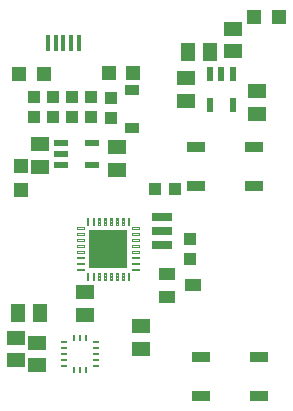
<source format=gtp>
G75*
%MOIN*%
%OFA0B0*%
%FSLAX25Y25*%
%IPPOS*%
%LPD*%
%AMOC8*
5,1,8,0,0,1.08239X$1,22.5*
%
%ADD10R,0.03937X0.04331*%
%ADD11R,0.04724X0.02165*%
%ADD12R,0.05906X0.05118*%
%ADD13R,0.04724X0.04724*%
%ADD14R,0.04803X0.03583*%
%ADD15C,0.00492*%
%ADD16R,0.12598X0.12598*%
%ADD17R,0.06693X0.02756*%
%ADD18R,0.05118X0.04724*%
%ADD19R,0.02165X0.04724*%
%ADD20R,0.05118X0.05906*%
%ADD21R,0.01969X0.00984*%
%ADD22R,0.00984X0.01969*%
%ADD23R,0.05906X0.03543*%
%ADD24R,0.04331X0.03937*%
%ADD25R,0.05512X0.03937*%
%ADD26R,0.01575X0.05512*%
D10*
X0084102Y0073150D03*
X0084102Y0079843D03*
X0057827Y0120205D03*
X0051307Y0120288D03*
X0045020Y0120288D03*
X0038732Y0120288D03*
X0032319Y0120500D03*
X0032319Y0127193D03*
X0038732Y0126980D03*
X0045020Y0126980D03*
X0051307Y0126980D03*
X0057827Y0126898D03*
D11*
X0051425Y0111874D03*
X0041189Y0111874D03*
X0041189Y0108134D03*
X0041189Y0104394D03*
X0051425Y0104394D03*
D12*
X0059782Y0102819D03*
X0059782Y0110299D03*
X0034307Y0111374D03*
X0034307Y0103894D03*
X0082921Y0125906D03*
X0082921Y0133386D03*
X0098669Y0142441D03*
X0098669Y0149921D03*
X0106543Y0129055D03*
X0106543Y0121575D03*
X0049417Y0061973D03*
X0049417Y0054492D03*
X0068000Y0050662D03*
X0068000Y0043181D03*
X0033290Y0045210D03*
X0026203Y0046822D03*
X0026203Y0039342D03*
X0033290Y0037729D03*
D13*
X0035547Y0134878D03*
X0027280Y0134878D03*
X0057094Y0135187D03*
X0065362Y0135187D03*
X0105609Y0153879D03*
X0113877Y0153879D03*
D14*
X0064803Y0129506D03*
X0064803Y0116612D03*
D15*
X0064073Y0086868D02*
X0063581Y0086868D01*
X0064073Y0086868D02*
X0064073Y0084604D01*
X0063581Y0084604D01*
X0063581Y0086868D01*
X0063581Y0085095D02*
X0064073Y0085095D01*
X0064073Y0085586D02*
X0063581Y0085586D01*
X0063581Y0086077D02*
X0064073Y0086077D01*
X0064073Y0086568D02*
X0063581Y0086568D01*
X0062104Y0086868D02*
X0061612Y0086868D01*
X0062104Y0086868D02*
X0062104Y0084604D01*
X0061612Y0084604D01*
X0061612Y0086868D01*
X0061612Y0085095D02*
X0062104Y0085095D01*
X0062104Y0085586D02*
X0061612Y0085586D01*
X0061612Y0086077D02*
X0062104Y0086077D01*
X0062104Y0086568D02*
X0061612Y0086568D01*
X0060136Y0086868D02*
X0059644Y0086868D01*
X0060136Y0086868D02*
X0060136Y0084604D01*
X0059644Y0084604D01*
X0059644Y0086868D01*
X0059644Y0085095D02*
X0060136Y0085095D01*
X0060136Y0085586D02*
X0059644Y0085586D01*
X0059644Y0086077D02*
X0060136Y0086077D01*
X0060136Y0086568D02*
X0059644Y0086568D01*
X0058167Y0086868D02*
X0057675Y0086868D01*
X0058167Y0086868D02*
X0058167Y0084604D01*
X0057675Y0084604D01*
X0057675Y0086868D01*
X0057675Y0085095D02*
X0058167Y0085095D01*
X0058167Y0085586D02*
X0057675Y0085586D01*
X0057675Y0086077D02*
X0058167Y0086077D01*
X0058167Y0086568D02*
X0057675Y0086568D01*
X0056199Y0086868D02*
X0055707Y0086868D01*
X0056199Y0086868D02*
X0056199Y0084604D01*
X0055707Y0084604D01*
X0055707Y0086868D01*
X0055707Y0085095D02*
X0056199Y0085095D01*
X0056199Y0085586D02*
X0055707Y0085586D01*
X0055707Y0086077D02*
X0056199Y0086077D01*
X0056199Y0086568D02*
X0055707Y0086568D01*
X0054230Y0086868D02*
X0053738Y0086868D01*
X0054230Y0086868D02*
X0054230Y0084604D01*
X0053738Y0084604D01*
X0053738Y0086868D01*
X0053738Y0085095D02*
X0054230Y0085095D01*
X0054230Y0085586D02*
X0053738Y0085586D01*
X0053738Y0086077D02*
X0054230Y0086077D01*
X0054230Y0086568D02*
X0053738Y0086568D01*
X0052262Y0086868D02*
X0051770Y0086868D01*
X0052262Y0086868D02*
X0052262Y0084604D01*
X0051770Y0084604D01*
X0051770Y0086868D01*
X0051770Y0085095D02*
X0052262Y0085095D01*
X0052262Y0085586D02*
X0051770Y0085586D01*
X0051770Y0086077D02*
X0052262Y0086077D01*
X0052262Y0086568D02*
X0051770Y0086568D01*
X0050293Y0086868D02*
X0049801Y0086868D01*
X0050293Y0086868D02*
X0050293Y0084604D01*
X0049801Y0084604D01*
X0049801Y0086868D01*
X0049801Y0085095D02*
X0050293Y0085095D01*
X0050293Y0085586D02*
X0049801Y0085586D01*
X0049801Y0086077D02*
X0050293Y0086077D01*
X0050293Y0086568D02*
X0049801Y0086568D01*
X0048817Y0083620D02*
X0046553Y0083620D01*
X0048817Y0083620D02*
X0048817Y0083128D01*
X0046553Y0083128D01*
X0046553Y0083620D01*
X0046553Y0083619D02*
X0048817Y0083619D01*
X0048817Y0081652D02*
X0046553Y0081652D01*
X0048817Y0081652D02*
X0048817Y0081160D01*
X0046553Y0081160D01*
X0046553Y0081652D01*
X0046553Y0081651D02*
X0048817Y0081651D01*
X0048817Y0079683D02*
X0046553Y0079683D01*
X0048817Y0079683D02*
X0048817Y0079191D01*
X0046553Y0079191D01*
X0046553Y0079683D01*
X0046553Y0079682D02*
X0048817Y0079682D01*
X0048817Y0077715D02*
X0046553Y0077715D01*
X0048817Y0077715D02*
X0048817Y0077223D01*
X0046553Y0077223D01*
X0046553Y0077715D01*
X0046553Y0077714D02*
X0048817Y0077714D01*
X0048817Y0075746D02*
X0046553Y0075746D01*
X0048817Y0075746D02*
X0048817Y0075254D01*
X0046553Y0075254D01*
X0046553Y0075746D01*
X0046553Y0075745D02*
X0048817Y0075745D01*
X0048817Y0073778D02*
X0046553Y0073778D01*
X0048817Y0073778D02*
X0048817Y0073286D01*
X0046553Y0073286D01*
X0046553Y0073778D01*
X0046553Y0073777D02*
X0048817Y0073777D01*
X0048817Y0071809D02*
X0046553Y0071809D01*
X0048817Y0071809D02*
X0048817Y0071317D01*
X0046553Y0071317D01*
X0046553Y0071809D01*
X0046553Y0071808D02*
X0048817Y0071808D01*
X0048817Y0069841D02*
X0046553Y0069841D01*
X0048817Y0069841D02*
X0048817Y0069349D01*
X0046553Y0069349D01*
X0046553Y0069841D01*
X0046553Y0069840D02*
X0048817Y0069840D01*
X0049801Y0068364D02*
X0050293Y0068364D01*
X0050293Y0066100D01*
X0049801Y0066100D01*
X0049801Y0068364D01*
X0049801Y0066591D02*
X0050293Y0066591D01*
X0050293Y0067082D02*
X0049801Y0067082D01*
X0049801Y0067573D02*
X0050293Y0067573D01*
X0050293Y0068064D02*
X0049801Y0068064D01*
X0051770Y0068364D02*
X0052262Y0068364D01*
X0052262Y0066100D01*
X0051770Y0066100D01*
X0051770Y0068364D01*
X0051770Y0066591D02*
X0052262Y0066591D01*
X0052262Y0067082D02*
X0051770Y0067082D01*
X0051770Y0067573D02*
X0052262Y0067573D01*
X0052262Y0068064D02*
X0051770Y0068064D01*
X0053738Y0068364D02*
X0054230Y0068364D01*
X0054230Y0066100D01*
X0053738Y0066100D01*
X0053738Y0068364D01*
X0053738Y0066591D02*
X0054230Y0066591D01*
X0054230Y0067082D02*
X0053738Y0067082D01*
X0053738Y0067573D02*
X0054230Y0067573D01*
X0054230Y0068064D02*
X0053738Y0068064D01*
X0055707Y0068364D02*
X0056199Y0068364D01*
X0056199Y0066100D01*
X0055707Y0066100D01*
X0055707Y0068364D01*
X0055707Y0066591D02*
X0056199Y0066591D01*
X0056199Y0067082D02*
X0055707Y0067082D01*
X0055707Y0067573D02*
X0056199Y0067573D01*
X0056199Y0068064D02*
X0055707Y0068064D01*
X0057675Y0068364D02*
X0058167Y0068364D01*
X0058167Y0066100D01*
X0057675Y0066100D01*
X0057675Y0068364D01*
X0057675Y0066591D02*
X0058167Y0066591D01*
X0058167Y0067082D02*
X0057675Y0067082D01*
X0057675Y0067573D02*
X0058167Y0067573D01*
X0058167Y0068064D02*
X0057675Y0068064D01*
X0059644Y0068364D02*
X0060136Y0068364D01*
X0060136Y0066100D01*
X0059644Y0066100D01*
X0059644Y0068364D01*
X0059644Y0066591D02*
X0060136Y0066591D01*
X0060136Y0067082D02*
X0059644Y0067082D01*
X0059644Y0067573D02*
X0060136Y0067573D01*
X0060136Y0068064D02*
X0059644Y0068064D01*
X0061612Y0068364D02*
X0062104Y0068364D01*
X0062104Y0066100D01*
X0061612Y0066100D01*
X0061612Y0068364D01*
X0061612Y0066591D02*
X0062104Y0066591D01*
X0062104Y0067082D02*
X0061612Y0067082D01*
X0061612Y0067573D02*
X0062104Y0067573D01*
X0062104Y0068064D02*
X0061612Y0068064D01*
X0063581Y0068364D02*
X0064073Y0068364D01*
X0064073Y0066100D01*
X0063581Y0066100D01*
X0063581Y0068364D01*
X0063581Y0066591D02*
X0064073Y0066591D01*
X0064073Y0067082D02*
X0063581Y0067082D01*
X0063581Y0067573D02*
X0064073Y0067573D01*
X0064073Y0068064D02*
X0063581Y0068064D01*
X0065057Y0069841D02*
X0067321Y0069841D01*
X0067321Y0069349D01*
X0065057Y0069349D01*
X0065057Y0069841D01*
X0065057Y0069840D02*
X0067321Y0069840D01*
X0067321Y0071809D02*
X0065057Y0071809D01*
X0067321Y0071809D02*
X0067321Y0071317D01*
X0065057Y0071317D01*
X0065057Y0071809D01*
X0065057Y0071808D02*
X0067321Y0071808D01*
X0067321Y0073778D02*
X0065057Y0073778D01*
X0067321Y0073778D02*
X0067321Y0073286D01*
X0065057Y0073286D01*
X0065057Y0073778D01*
X0065057Y0073777D02*
X0067321Y0073777D01*
X0067321Y0075746D02*
X0065057Y0075746D01*
X0067321Y0075746D02*
X0067321Y0075254D01*
X0065057Y0075254D01*
X0065057Y0075746D01*
X0065057Y0075745D02*
X0067321Y0075745D01*
X0067321Y0077715D02*
X0065057Y0077715D01*
X0067321Y0077715D02*
X0067321Y0077223D01*
X0065057Y0077223D01*
X0065057Y0077715D01*
X0065057Y0077714D02*
X0067321Y0077714D01*
X0067321Y0079683D02*
X0065057Y0079683D01*
X0067321Y0079683D02*
X0067321Y0079191D01*
X0065057Y0079191D01*
X0065057Y0079683D01*
X0065057Y0079682D02*
X0067321Y0079682D01*
X0067321Y0081652D02*
X0065057Y0081652D01*
X0067321Y0081652D02*
X0067321Y0081160D01*
X0065057Y0081160D01*
X0065057Y0081652D01*
X0065057Y0081651D02*
X0067321Y0081651D01*
X0067321Y0083620D02*
X0065057Y0083620D01*
X0067321Y0083620D02*
X0067321Y0083128D01*
X0065057Y0083128D01*
X0065057Y0083620D01*
X0065057Y0083619D02*
X0067321Y0083619D01*
D16*
X0056937Y0076484D03*
D17*
X0074937Y0077760D03*
X0074937Y0082484D03*
X0074937Y0087209D03*
D18*
X0027807Y0096016D03*
X0027807Y0104016D03*
D19*
X0090992Y0124527D03*
X0098472Y0124527D03*
X0098472Y0134764D03*
X0094732Y0134764D03*
X0090992Y0134764D03*
D20*
X0090992Y0142244D03*
X0083512Y0142244D03*
X0034299Y0055236D03*
X0026819Y0055236D03*
D21*
X0042173Y0045394D03*
X0042173Y0043425D03*
X0042173Y0041457D03*
X0042173Y0039488D03*
X0042173Y0037520D03*
X0052803Y0037520D03*
X0052803Y0039488D03*
X0052803Y0041457D03*
X0052803Y0043425D03*
X0052803Y0045394D03*
D22*
X0045520Y0036142D03*
X0047488Y0036142D03*
X0049457Y0036142D03*
X0049457Y0046772D03*
X0047488Y0046772D03*
X0045520Y0046772D03*
D23*
X0087843Y0040473D03*
X0107134Y0040473D03*
X0107134Y0027480D03*
X0087843Y0027480D03*
X0086268Y0097597D03*
X0105559Y0097597D03*
X0105559Y0110589D03*
X0086268Y0110589D03*
D24*
X0079181Y0096575D03*
X0072488Y0096575D03*
D25*
X0076622Y0068032D03*
X0085283Y0064291D03*
X0076622Y0060551D03*
D26*
X0047120Y0145109D03*
X0044561Y0145109D03*
X0042002Y0145109D03*
X0039443Y0145109D03*
X0036883Y0145109D03*
M02*

</source>
